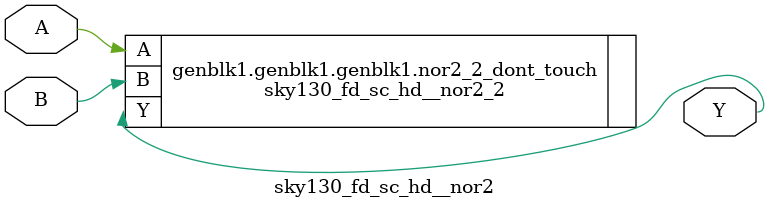
<source format=v>
`default_nettype none

module sky130_fd_sc_hd__nor2 #(
    parameter integer DRIVE_LEVEL = 2,
    parameter integer DONT_TOUCH = 1
) (
    Y,
    A,
    B
);

    // Module ports
    output Y;
    input  A;
    input  B;

    generate
        if (DONT_TOUCH == 0) begin
        if (DRIVE_LEVEL == 1) begin
            (* keep , syn_keep *) sky130_fd_sc_hd__nor2_1 nor2_1 (
`ifdef USE_POWER_PINS
                .VPWR    (1'b1),
                .VGND    (1'b0),
                .VPB     (1'b1),
                .VNB     (1'b0),
`endif
                .Y       (Y),
                .A       (A),
                .B       (B)
            );
        end else if (DRIVE_LEVEL == 2) begin
            (* keep , syn_keep *) sky130_fd_sc_hd__nor2_2 nor2_2 (
`ifdef USE_POWER_PINS
                .VPWR    (1'b1),
                .VGND    (1'b0),
                .VPB     (1'b1),
                .VNB     (1'b0),
`endif
                .Y       (Y),
                .A       (A),
                .B       (B)
            );
        end else if (DRIVE_LEVEL == 4) begin
            (* keep , syn_keep *) sky130_fd_sc_hd__nor2_4 nor2_4 (
`ifdef USE_POWER_PINS
                .VPWR    (1'b1),
                .VGND    (1'b0),
                .VPB     (1'b1),
                .VNB     (1'b0),
`endif
                .Y       (Y),
                .A       (A),
                .B       (B)
            );
        end else begin
            // Check sky130 cell library for your requirement and add case
            $error("DRIVE_LEVEL=%d is not implemented for sky130_fd_sc_hd__nor2", DRIVE_LEVEL);
        end

        end else begin
        if (DRIVE_LEVEL == 1) begin
            // dont_touch: to force drive level
            (* keep , syn_keep , dont_touch *) sky130_fd_sc_hd__nor2_1 nor2_1_dont_touch (
`ifdef USE_POWER_PINS
                .VPWR    (1'b1),
                .VGND    (1'b0),
                .VPB     (1'b1),
                .VNB     (1'b0),
`endif
                .Y       (Y),
                .A       (A),
                .B       (B)
            );
        end else if (DRIVE_LEVEL == 2) begin
            (* keep , syn_keep , dont_touch *) sky130_fd_sc_hd__nor2_2 nor2_2_dont_touch (
`ifdef USE_POWER_PINS
                .VPWR    (1'b1),
                .VGND    (1'b0),
                .VPB     (1'b1),
                .VNB     (1'b0),
`endif
                .Y       (Y),
                .A       (A),
                .B       (B)
            );
        end else if (DRIVE_LEVEL == 4) begin
            (* keep , syn_keep , dont_touch *) sky130_fd_sc_hd__nor2_4 nor2_4_dont_touch (
`ifdef USE_POWER_PINS
                .VPWR    (1'b1),
                .VGND    (1'b0),
                .VPB     (1'b1),
                .VNB     (1'b0),
`endif
                .Y       (Y),
                .A       (A),
                .B       (B)
            );
        end else begin
            // Check sky130 cell library for your requirement and add case
            $error("DRIVE_LEVEL=%d is not implemented for sky130_fd_sc_hd__nor2", DRIVE_LEVEL);
        end
        end
    endgenerate

endmodule

</source>
